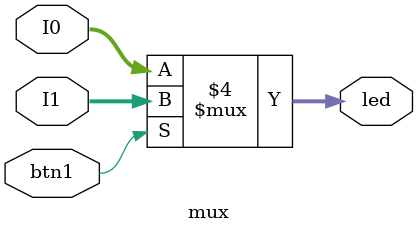
<source format=v>
`timescale 1ns / 1ps


module mux(
input [7:0] I0,
input [7:0] I1,
input btn1,
output reg [7:0] led
 );
 
 always @ (I0, I1, btn1)
 begin
    if(btn1 == 1'b0)
    led <= I0;
    else
    led <= I1;
end
endmodule

</source>
